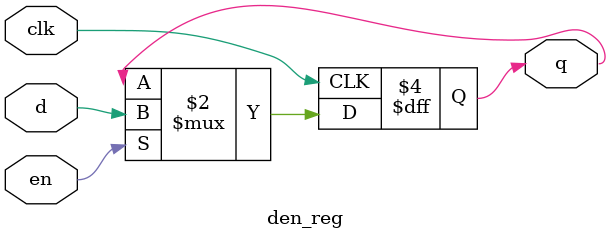
<source format=v>
module den_reg
    #(parameter WIDTH=1)
(
    input clk,
    input en,
    input [WIDTH-1:0] d,
    output reg [WIDTH-1:0] q,
);

always @(posedge clk) begin
    if (en) begin
        q <= #1 d;
    end
end

endmodule


</source>
